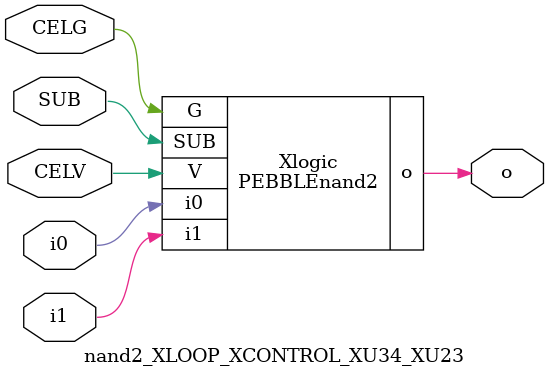
<source format=v>



module PEBBLEnand2 ( o, G, SUB, V, i0, i1 );

  input i0;
  input V;
  input i1;
  input G;
  output o;
  input SUB;
endmodule

//Celera Confidential Do Not Copy nand2_XLOOP_XCONTROL_XU34_XU23
//Celera Confidential Symbol Generator
//5V NAND2
module nand2_XLOOP_XCONTROL_XU34_XU23 (CELV,CELG,i0,i1,o,SUB);
input CELV;
input CELG;
input i0;
input i1;
input SUB;
output o;

//Celera Confidential Do Not Copy nand2
PEBBLEnand2 Xlogic(
.V (CELV),
.i0 (i0),
.i1 (i1),
.o (o),
.SUB (SUB),
.G (CELG)
);
//,diesize,PEBBLEnand2

//Celera Confidential Do Not Copy Module End
//Celera Schematic Generator
endmodule

</source>
